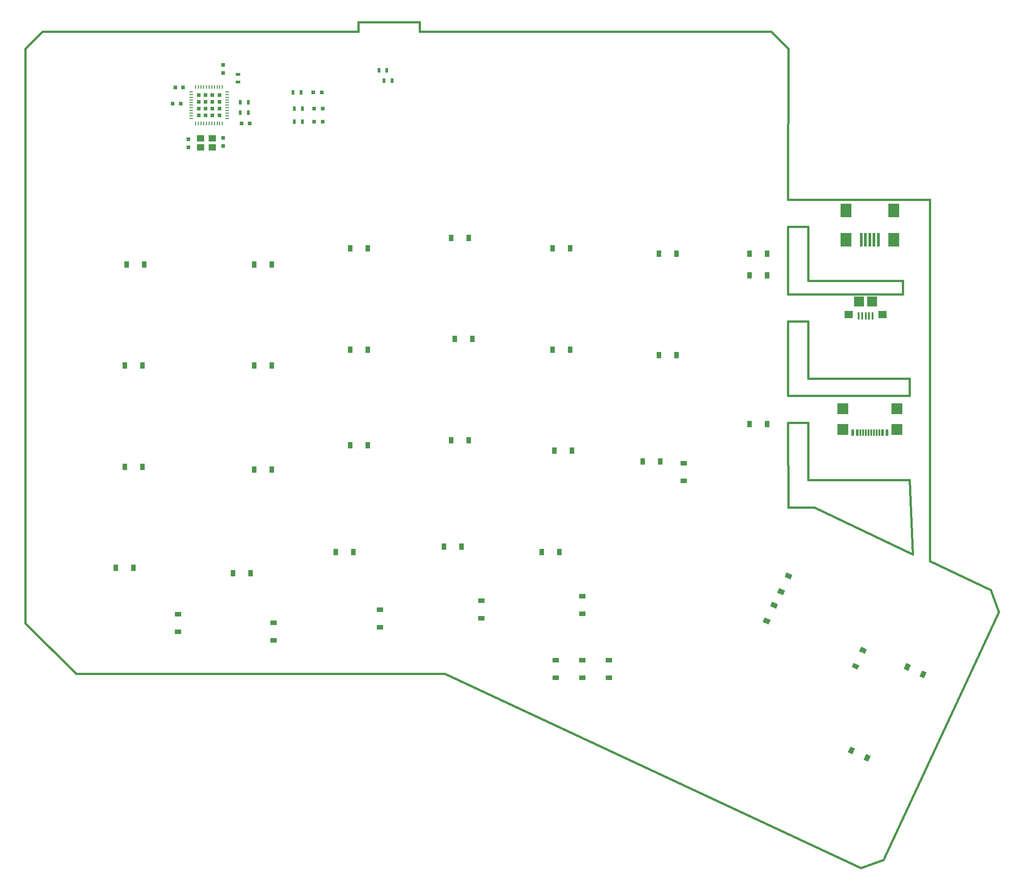
<source format=gtp>
%TF.GenerationSoftware,KiCad,Pcbnew,5.1.7*%
%TF.CreationDate,2020-10-15T21:30:19-07:00*%
%TF.ProjectId,ErgoDOX_left,4572676f-444f-4585-9f6c-6566742e6b69,2.0.0*%
%TF.SameCoordinates,Original*%
%TF.FileFunction,Paste,Top*%
%TF.FilePolarity,Positive*%
%FSLAX46Y46*%
G04 Gerber Fmt 4.6, Leading zero omitted, Abs format (unit mm)*
G04 Created by KiCad (PCBNEW 5.1.7) date 2020-10-15 21:30:19*
%MOMM*%
%LPD*%
G01*
G04 APERTURE LIST*
%TA.AperFunction,Profile*%
%ADD10C,0.381000*%
%TD*%
%ADD11R,1.905000X1.905000*%
%ADD12R,1.600000X1.400000*%
%ADD13R,0.406400X1.346200*%
%ADD14R,0.300000X1.150000*%
%ADD15R,0.600000X1.150000*%
%ADD16R,2.000000X2.000000*%
%ADD17R,2.000000X2.500000*%
%ADD18R,0.500000X2.500000*%
%ADD19R,0.900000X0.500000*%
%ADD20R,0.500000X0.900000*%
%ADD21R,1.400000X1.200000*%
%ADD22R,0.800000X0.750000*%
%ADD23R,0.750000X0.800000*%
%ADD24R,0.900000X1.200000*%
%ADD25R,0.700000X0.250000*%
%ADD26R,0.250000X0.700000*%
%ADD27R,0.772500X0.772500*%
%ADD28R,1.200000X0.900000*%
%ADD29C,0.150000*%
%ADD30R,0.800000X0.800000*%
G04 APERTURE END LIST*
D10*
X164846000Y-93218000D02*
X164941000Y-109166000D01*
X164846000Y-74168000D02*
X164846000Y-88138000D01*
X164846000Y-56388000D02*
X164846000Y-69088000D01*
X168656000Y-56388000D02*
X164846000Y-56388000D01*
X187706000Y-104013000D02*
X188341000Y-117983000D01*
X168656000Y-104013000D02*
X187706000Y-104013000D01*
X168656000Y-93218000D02*
X168656000Y-104013000D01*
X164846000Y-93218000D02*
X168656000Y-93218000D01*
X187706000Y-88138000D02*
X164846000Y-88138000D01*
X187706000Y-84963000D02*
X187706000Y-88138000D01*
X168656000Y-84963000D02*
X187706000Y-84963000D01*
X168656000Y-74168000D02*
X168656000Y-84963000D01*
X164846000Y-74168000D02*
X168656000Y-74168000D01*
X186436000Y-69088000D02*
X164846000Y-69088000D01*
X186436000Y-66548000D02*
X186436000Y-69088000D01*
X168656000Y-66548000D02*
X186436000Y-66548000D01*
X168656000Y-56388000D02*
X168656000Y-66548000D01*
X164846000Y-51308000D02*
X164941000Y-22933000D01*
X168656000Y-51308000D02*
X164846000Y-51308000D01*
X169843200Y-109166000D02*
X188341000Y-117983000D01*
X191516000Y-119253000D02*
X202934320Y-124596500D01*
X191516000Y-51308000D02*
X191516000Y-119253000D01*
X168656000Y-51308000D02*
X191516000Y-51308000D01*
X21634200Y-22933000D02*
X21634200Y-130883000D01*
X137431000Y-19758000D02*
X134031000Y-19758000D01*
X137431000Y-19758000D02*
X149675600Y-19758000D01*
X132505200Y-19758000D02*
X134031000Y-19758000D01*
X24809200Y-19758000D02*
X84143600Y-19758000D01*
X84143600Y-17980000D02*
X95649800Y-17980000D01*
X84143600Y-19758000D02*
X84143600Y-17980000D01*
X95649800Y-17980000D02*
X95649800Y-19758000D01*
X95649800Y-19758000D02*
X132505200Y-19758000D01*
X149675600Y-19758000D02*
X161740600Y-19758000D01*
X161740600Y-19758000D02*
X164941000Y-22933000D01*
X100399600Y-140408000D02*
X31159200Y-140408000D01*
X31159200Y-140408000D02*
X21634200Y-130883000D01*
X21634200Y-22933000D02*
X24809200Y-19758000D01*
X164941000Y-109166000D02*
X169843200Y-109166000D01*
X202934320Y-124596500D02*
X204471020Y-128815440D01*
X204471020Y-128815440D02*
X182787040Y-175317760D01*
X182787040Y-175317760D02*
X178568100Y-176851920D01*
X178568100Y-176851920D02*
X100399600Y-140408000D01*
D11*
%TO.C,J103*%
X178276000Y-70481698D03*
X180676000Y-70481698D03*
D12*
X176276000Y-72931699D03*
X182676000Y-72931699D03*
D13*
X178176000Y-73156699D03*
X178826001Y-73156699D03*
X179476000Y-73156699D03*
X180125999Y-73156699D03*
X180776000Y-73156699D03*
%TD*%
D14*
%TO.C,J101*%
X182026000Y-95073000D03*
X178526000Y-95073000D03*
D15*
X177076000Y-95073000D03*
X177876000Y-95073000D03*
X183476000Y-95073000D03*
X182676000Y-95073000D03*
D14*
X181526000Y-95073000D03*
X181026000Y-95073000D03*
X180526000Y-95073000D03*
X179026000Y-95073000D03*
X179526000Y-95073000D03*
X180026000Y-95073000D03*
D16*
X175166000Y-90568000D03*
X185386000Y-90568000D03*
X185386000Y-94498000D03*
X175166000Y-94498000D03*
%TD*%
D17*
%TO.C,J102*%
X175803500Y-53368000D03*
X184723500Y-53368000D03*
X175803500Y-58848000D03*
X184723500Y-58848000D03*
D18*
X178663500Y-58848000D03*
X179463500Y-58848000D03*
X180263500Y-58848000D03*
X181063500Y-58848000D03*
X181863500Y-58848000D03*
%TD*%
D19*
%TO.C,R8*%
X61526000Y-29248000D03*
X61526000Y-27748000D03*
%TD*%
D20*
%TO.C,R2*%
X89026000Y-28998000D03*
X90526000Y-28998000D03*
%TD*%
%TO.C,R1*%
X88026000Y-26998000D03*
X89526000Y-26998000D03*
%TD*%
D21*
%TO.C,Y1*%
X56776000Y-39798000D03*
X54576000Y-39798000D03*
X54576000Y-41498000D03*
X56776000Y-41498000D03*
%TD*%
D20*
%TO.C,R5*%
X71926000Y-31198000D03*
X73426000Y-31198000D03*
%TD*%
D22*
%TO.C,C6*%
X49776000Y-30248000D03*
X51276000Y-30248000D03*
%TD*%
%TO.C,C5*%
X63776000Y-36998000D03*
X62276000Y-36998000D03*
%TD*%
D23*
%TO.C,C4*%
X58776000Y-25998000D03*
X58776000Y-27498000D03*
%TD*%
D22*
%TO.C,C3*%
X49276000Y-33248000D03*
X50776000Y-33248000D03*
%TD*%
D23*
%TO.C,C2*%
X58776000Y-41248000D03*
X58776000Y-39748000D03*
%TD*%
%TO.C,C1*%
X52276000Y-39998000D03*
X52276000Y-41498000D03*
%TD*%
D24*
%TO.C,D5:9*%
X123926000Y-60498000D03*
X120626000Y-60498000D03*
%TD*%
D25*
%TO.C,U1*%
X52732250Y-31066750D03*
X52732250Y-31566750D03*
X52732250Y-32066750D03*
X52732250Y-32566750D03*
X52732250Y-33066750D03*
X52732250Y-33566750D03*
X52732250Y-34066750D03*
X52732250Y-34566750D03*
X52732250Y-35066750D03*
X52732250Y-35566750D03*
X52732250Y-36066750D03*
D26*
X53632250Y-36966750D03*
X54132250Y-36966750D03*
X54632250Y-36966750D03*
X55132250Y-36966750D03*
X55632250Y-36966750D03*
X56132250Y-36966750D03*
X56632250Y-36966750D03*
X57132250Y-36966750D03*
X57632250Y-36966750D03*
X58132250Y-36966750D03*
X58632250Y-36966750D03*
D25*
X59532250Y-36066750D03*
X59532250Y-35566750D03*
X59532250Y-35066750D03*
X59532250Y-34566750D03*
X59532250Y-34066750D03*
X59532250Y-33566750D03*
X59532250Y-33066750D03*
X59532250Y-32566750D03*
X59532250Y-32066750D03*
X59532250Y-31566750D03*
X59532250Y-31066750D03*
D26*
X58632250Y-30166750D03*
X58132250Y-30166750D03*
X57632250Y-30166750D03*
X57132250Y-30166750D03*
X56632250Y-30166750D03*
X56132250Y-30166750D03*
X55632250Y-30166750D03*
X55132250Y-30166750D03*
X54632250Y-30166750D03*
X54132250Y-30166750D03*
X53632250Y-30166750D03*
D27*
X58063500Y-35498000D03*
X58063500Y-34210500D03*
X58063500Y-32923000D03*
X58063500Y-31635500D03*
X56776000Y-35498000D03*
X56776000Y-34210500D03*
X56776000Y-32923000D03*
X56776000Y-31635500D03*
X55488500Y-35498000D03*
X55488500Y-34210500D03*
X55488500Y-32923000D03*
X55488500Y-31635500D03*
X54201000Y-35498000D03*
X54201000Y-34210500D03*
X54201000Y-32923000D03*
X54201000Y-31635500D03*
%TD*%
D20*
%TO.C,R10*%
X63526000Y-32998000D03*
X62026000Y-32998000D03*
%TD*%
%TO.C,R9*%
X63526000Y-34998000D03*
X62026000Y-34998000D03*
%TD*%
D24*
%TO.C,D5:13*%
X43926000Y-63498000D03*
X40626000Y-63498000D03*
%TD*%
%TO.C,D5:12*%
X67926000Y-63498000D03*
X64626000Y-63498000D03*
%TD*%
%TO.C,D5:11*%
X85926000Y-60498000D03*
X82626000Y-60498000D03*
%TD*%
%TO.C,D5:10*%
X104926000Y-58498000D03*
X101626000Y-58498000D03*
%TD*%
%TO.C,D5:8*%
X143926000Y-61498000D03*
X140626000Y-61498000D03*
%TD*%
%TO.C,D5:7*%
X160926000Y-61498000D03*
X157626000Y-61498000D03*
%TD*%
%TO.C,D4:13*%
X43576000Y-82498000D03*
X40276000Y-82498000D03*
%TD*%
%TO.C,D4:12*%
X67926000Y-82498000D03*
X64626000Y-82498000D03*
%TD*%
%TO.C,D4:11*%
X85926000Y-79498000D03*
X82626000Y-79498000D03*
%TD*%
%TO.C,D4:10*%
X105576000Y-77498000D03*
X102276000Y-77498000D03*
%TD*%
%TO.C,D4:9*%
X123926000Y-79498000D03*
X120626000Y-79498000D03*
%TD*%
%TO.C,D4:8*%
X143926000Y-80498000D03*
X140626000Y-80498000D03*
%TD*%
%TO.C,D4:7*%
X160926000Y-65498000D03*
X157626000Y-65498000D03*
%TD*%
%TO.C,D3:13*%
X43576000Y-101498000D03*
X40276000Y-101498000D03*
%TD*%
%TO.C,D3:12*%
X67926000Y-101998000D03*
X64626000Y-101998000D03*
%TD*%
%TO.C,D3:11*%
X85926000Y-97498000D03*
X82626000Y-97498000D03*
%TD*%
%TO.C,D3:10*%
X104926000Y-96498000D03*
X101626000Y-96498000D03*
%TD*%
%TO.C,D3:9*%
X124276000Y-98498000D03*
X120976000Y-98498000D03*
%TD*%
%TO.C,D3:8*%
X140926000Y-100498000D03*
X137626000Y-100498000D03*
%TD*%
%TO.C,D2:13*%
X41926000Y-120498000D03*
X38626000Y-120498000D03*
%TD*%
%TO.C,D2:12*%
X63926000Y-121498000D03*
X60626000Y-121498000D03*
%TD*%
%TO.C,D2:11*%
X83276000Y-117498000D03*
X79976000Y-117498000D03*
%TD*%
%TO.C,D2:10*%
X103576000Y-116498000D03*
X100276000Y-116498000D03*
%TD*%
%TO.C,D2:9*%
X121926000Y-117498000D03*
X118626000Y-117498000D03*
%TD*%
D28*
%TO.C,D2:8*%
X145276000Y-100848000D03*
X145276000Y-104148000D03*
%TD*%
D24*
%TO.C,D2:7*%
X160926000Y-93498000D03*
X157626000Y-93498000D03*
%TD*%
D28*
%TO.C,D1:13*%
X50276000Y-129198000D03*
X50276000Y-132498000D03*
%TD*%
%TO.C,D1:12*%
X68276000Y-130848000D03*
X68276000Y-134148000D03*
%TD*%
%TO.C,D1:11*%
X88276000Y-128348000D03*
X88276000Y-131648000D03*
%TD*%
%TO.C,D1:10*%
X107276000Y-126698000D03*
X107276000Y-129998000D03*
%TD*%
%TO.C,D1:9*%
X126276000Y-125848000D03*
X126276000Y-129148000D03*
%TD*%
D29*
%TO.C,D1:8*%
G36*
X161922394Y-126836591D02*
G01*
X163009963Y-127343732D01*
X162629606Y-128159409D01*
X161542037Y-127652268D01*
X161922394Y-126836591D01*
G37*
G36*
X160527754Y-129827407D02*
G01*
X161615323Y-130334548D01*
X161234966Y-131150225D01*
X160147397Y-130643084D01*
X160527754Y-129827407D01*
G37*
%TD*%
%TO.C,D1:7*%
G36*
X178619714Y-135341183D02*
G01*
X179707283Y-135848324D01*
X179326926Y-136664001D01*
X178239357Y-136156860D01*
X178619714Y-135341183D01*
G37*
G36*
X177225074Y-138331999D02*
G01*
X178312643Y-138839140D01*
X177932286Y-139654817D01*
X176844717Y-139147676D01*
X177225074Y-138331999D01*
G37*
%TD*%
D28*
%TO.C,D0:12*%
X121276000Y-137848000D03*
X121276000Y-141148000D03*
%TD*%
%TO.C,D0:11*%
X126276000Y-137848000D03*
X126276000Y-141148000D03*
%TD*%
%TO.C,D0:10*%
X131276000Y-137848000D03*
X131276000Y-141148000D03*
%TD*%
D29*
%TO.C,D0:9*%
G36*
X176119183Y-155154286D02*
G01*
X176626324Y-154066717D01*
X177442001Y-154447074D01*
X176934860Y-155534643D01*
X176119183Y-155154286D01*
G37*
G36*
X179109999Y-156548926D02*
G01*
X179617140Y-155461357D01*
X180432817Y-155841714D01*
X179925676Y-156929283D01*
X179109999Y-156548926D01*
G37*
%TD*%
%TO.C,D0:8*%
G36*
X163932286Y-125654817D02*
G01*
X162844717Y-125147676D01*
X163225074Y-124331999D01*
X164312643Y-124839140D01*
X163932286Y-125654817D01*
G37*
G36*
X165326926Y-122664001D02*
G01*
X164239357Y-122156860D01*
X164619714Y-121341183D01*
X165707283Y-121848324D01*
X165326926Y-122664001D01*
G37*
%TD*%
%TO.C,D0:7*%
G36*
X186623775Y-139456966D02*
G01*
X187130916Y-138369397D01*
X187946593Y-138749754D01*
X187439452Y-139837323D01*
X186623775Y-139456966D01*
G37*
G36*
X189614591Y-140851606D02*
G01*
X190121732Y-139764037D01*
X190937409Y-140144394D01*
X190430268Y-141231963D01*
X189614591Y-140851606D01*
G37*
%TD*%
D20*
%TO.C,R3*%
X72176000Y-36698000D03*
X73676000Y-36698000D03*
%TD*%
%TO.C,R4*%
X72176000Y-34198000D03*
X73676000Y-34198000D03*
%TD*%
D30*
%TO.C,LED_C1*%
X75676000Y-31198000D03*
X77276000Y-31198000D03*
%TD*%
%TO.C,LED_B1*%
X75876000Y-34198000D03*
X77476000Y-34198000D03*
%TD*%
%TO.C,LED_A1*%
X75876000Y-36698000D03*
X77476000Y-36698000D03*
%TD*%
M02*

</source>
